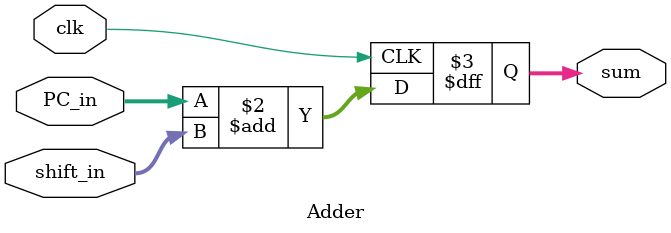
<source format=v>
`timescale 1ns / 1ps


module Adder(
    input clk,
    input [63:0] PC_in,
    input [63:0] shift_in,
    output reg [63:0] sum
    );
    always@(posedge clk)
        begin
        sum<= PC_in + shift_in;   // **check if we need to include overflow failsafes
        end
endmodule

</source>
